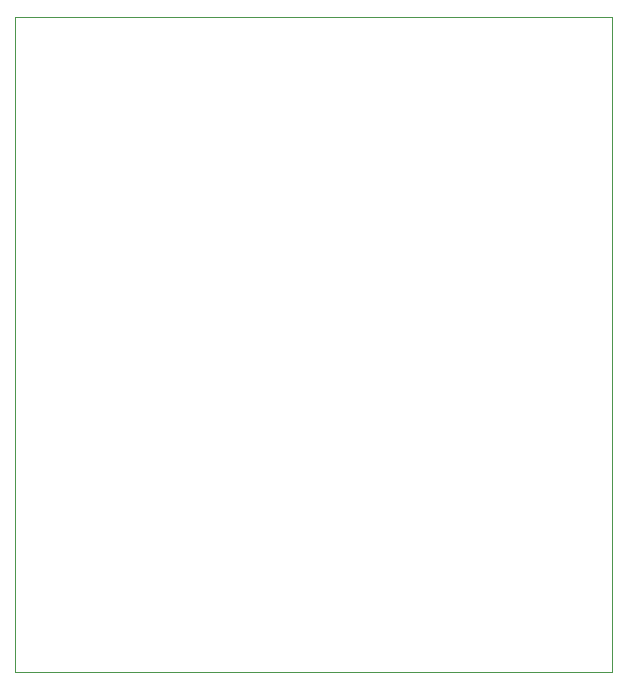
<source format=gbr>
%TF.GenerationSoftware,KiCad,Pcbnew,9.0.6*%
%TF.CreationDate,2026-01-10T14:45:50+11:00*%
%TF.ProjectId,power-expander,706f7765-722d-4657-9870-616e6465722e,rev?*%
%TF.SameCoordinates,Original*%
%TF.FileFunction,Profile,NP*%
%FSLAX46Y46*%
G04 Gerber Fmt 4.6, Leading zero omitted, Abs format (unit mm)*
G04 Created by KiCad (PCBNEW 9.0.6) date 2026-01-10 14:45:50*
%MOMM*%
%LPD*%
G01*
G04 APERTURE LIST*
%TA.AperFunction,Profile*%
%ADD10C,0.050000*%
%TD*%
G04 APERTURE END LIST*
D10*
X46500000Y-42500000D02*
X97000000Y-42500000D01*
X97000000Y-98000000D01*
X46500000Y-98000000D01*
X46500000Y-42500000D01*
M02*

</source>
